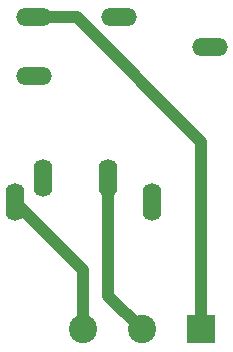
<source format=gbr>
%TF.GenerationSoftware,KiCad,Pcbnew,7.0.2*%
%TF.CreationDate,2024-04-07T07:20:39-07:00*%
%TF.ProjectId,MK-JackAdapter,4d4b2d4a-6163-46b4-9164-61707465722e,1.0*%
%TF.SameCoordinates,Original*%
%TF.FileFunction,Copper,L1,Top*%
%TF.FilePolarity,Positive*%
%FSLAX46Y46*%
G04 Gerber Fmt 4.6, Leading zero omitted, Abs format (unit mm)*
G04 Created by KiCad (PCBNEW 7.0.2) date 2024-04-07 07:20:39*
%MOMM*%
%LPD*%
G01*
G04 APERTURE LIST*
%TA.AperFunction,ComponentPad*%
%ADD10R,2.400000X2.400000*%
%TD*%
%TA.AperFunction,ComponentPad*%
%ADD11C,2.400000*%
%TD*%
%TA.AperFunction,ComponentPad*%
%ADD12O,1.600000X3.200000*%
%TD*%
%TA.AperFunction,ComponentPad*%
%ADD13O,3.016000X1.508000*%
%TD*%
%TA.AperFunction,Conductor*%
%ADD14C,1.000000*%
%TD*%
G04 APERTURE END LIST*
D10*
%TO.P,J3,1,Pin_1*%
%TO.N,/KEY_PDL_DOT-*%
X119277000Y-127421000D03*
D11*
%TO.P,J3,2,Pin_2*%
%TO.N,/PDL_DASH-*%
X114277000Y-127421000D03*
%TO.P,J3,3,Pin_3*%
%TO.N,/COMMON*%
X109277000Y-127421000D03*
%TD*%
D12*
%TO.P,J2,1*%
%TO.N,/COMMON*%
X103515000Y-116612500D03*
%TO.P,J2,2*%
%TO.N,/KEY_PDL_DOT-*%
X105915000Y-114612500D03*
%TO.P,J2,3*%
%TO.N,/PDL_DASH-*%
X111415000Y-114612500D03*
%TO.P,J2,4*%
%TO.N,unconnected-(J2-Pad4)*%
X115115000Y-116612500D03*
%TD*%
D13*
%TO.P,J1,1*%
%TO.N,/COMMON*%
X120015000Y-103505000D03*
%TO.P,J1,2*%
%TO.N,/KEY_PDL_DOT-*%
X105115000Y-101005000D03*
%TO.P,J1,3*%
%TO.N,/PDL_DASH-*%
X105115000Y-106005000D03*
%TO.P,J1,4*%
%TO.N,unconnected-(J1-Pad4)*%
X112315000Y-101005000D03*
%TD*%
D14*
%TO.N,/KEY_PDL_DOT-*%
X119277000Y-127421000D02*
X119277000Y-111516000D01*
X119277000Y-111516000D02*
X108766000Y-101005000D01*
X108766000Y-101005000D02*
X105115000Y-101005000D01*
%TO.N,/PDL_DASH-*%
X111415000Y-124559000D02*
X111415000Y-114612500D01*
X114277000Y-127421000D02*
X111415000Y-124559000D01*
%TO.N,/COMMON*%
X109277000Y-127421000D02*
X109277000Y-122374500D01*
X109277000Y-122374500D02*
X103515000Y-116612500D01*
%TD*%
M02*

</source>
